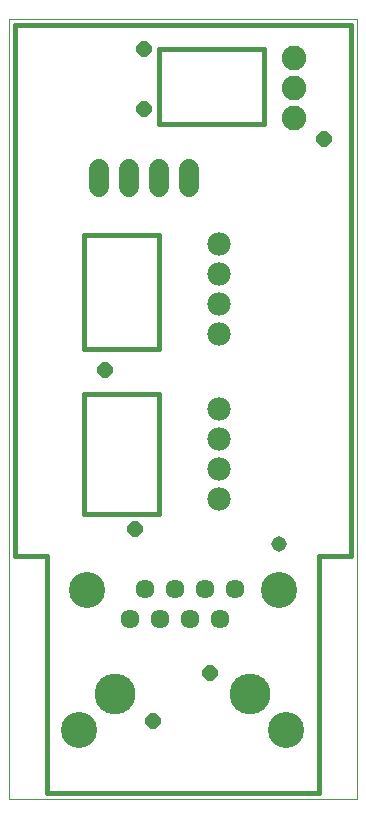
<source format=gbs>
G75*
%MOIN*%
%OFA0B0*%
%FSLAX25Y25*%
%IPPOS*%
%LPD*%
%AMOC8*
5,1,8,0,0,1.08239X$1,22.5*
%
%ADD10C,0.00000*%
%ADD11C,0.01600*%
%ADD12C,0.07800*%
%ADD13C,0.06343*%
%ADD14C,0.12020*%
%ADD15C,0.13600*%
%ADD16C,0.08200*%
%ADD17C,0.06800*%
%ADD18C,0.05156*%
%ADD19OC8,0.05156*%
D10*
X0001000Y0001000D02*
X0117142Y0001000D01*
X0117142Y0260843D01*
X0001000Y0260843D01*
X0001000Y0001000D01*
X0030100Y0036000D02*
X0030102Y0036160D01*
X0030108Y0036319D01*
X0030118Y0036478D01*
X0030132Y0036637D01*
X0030150Y0036796D01*
X0030171Y0036954D01*
X0030197Y0037111D01*
X0030227Y0037268D01*
X0030260Y0037424D01*
X0030298Y0037579D01*
X0030339Y0037733D01*
X0030384Y0037886D01*
X0030433Y0038038D01*
X0030486Y0038189D01*
X0030542Y0038338D01*
X0030603Y0038486D01*
X0030666Y0038632D01*
X0030734Y0038777D01*
X0030805Y0038920D01*
X0030879Y0039061D01*
X0030957Y0039200D01*
X0031039Y0039337D01*
X0031124Y0039472D01*
X0031212Y0039605D01*
X0031304Y0039736D01*
X0031398Y0039864D01*
X0031496Y0039990D01*
X0031597Y0040114D01*
X0031701Y0040235D01*
X0031808Y0040353D01*
X0031918Y0040469D01*
X0032031Y0040582D01*
X0032147Y0040692D01*
X0032265Y0040799D01*
X0032386Y0040903D01*
X0032510Y0041004D01*
X0032636Y0041102D01*
X0032764Y0041196D01*
X0032895Y0041288D01*
X0033028Y0041376D01*
X0033163Y0041461D01*
X0033300Y0041543D01*
X0033439Y0041621D01*
X0033580Y0041695D01*
X0033723Y0041766D01*
X0033868Y0041834D01*
X0034014Y0041897D01*
X0034162Y0041958D01*
X0034311Y0042014D01*
X0034462Y0042067D01*
X0034614Y0042116D01*
X0034767Y0042161D01*
X0034921Y0042202D01*
X0035076Y0042240D01*
X0035232Y0042273D01*
X0035389Y0042303D01*
X0035546Y0042329D01*
X0035704Y0042350D01*
X0035863Y0042368D01*
X0036022Y0042382D01*
X0036181Y0042392D01*
X0036340Y0042398D01*
X0036500Y0042400D01*
X0036660Y0042398D01*
X0036819Y0042392D01*
X0036978Y0042382D01*
X0037137Y0042368D01*
X0037296Y0042350D01*
X0037454Y0042329D01*
X0037611Y0042303D01*
X0037768Y0042273D01*
X0037924Y0042240D01*
X0038079Y0042202D01*
X0038233Y0042161D01*
X0038386Y0042116D01*
X0038538Y0042067D01*
X0038689Y0042014D01*
X0038838Y0041958D01*
X0038986Y0041897D01*
X0039132Y0041834D01*
X0039277Y0041766D01*
X0039420Y0041695D01*
X0039561Y0041621D01*
X0039700Y0041543D01*
X0039837Y0041461D01*
X0039972Y0041376D01*
X0040105Y0041288D01*
X0040236Y0041196D01*
X0040364Y0041102D01*
X0040490Y0041004D01*
X0040614Y0040903D01*
X0040735Y0040799D01*
X0040853Y0040692D01*
X0040969Y0040582D01*
X0041082Y0040469D01*
X0041192Y0040353D01*
X0041299Y0040235D01*
X0041403Y0040114D01*
X0041504Y0039990D01*
X0041602Y0039864D01*
X0041696Y0039736D01*
X0041788Y0039605D01*
X0041876Y0039472D01*
X0041961Y0039337D01*
X0042043Y0039200D01*
X0042121Y0039061D01*
X0042195Y0038920D01*
X0042266Y0038777D01*
X0042334Y0038632D01*
X0042397Y0038486D01*
X0042458Y0038338D01*
X0042514Y0038189D01*
X0042567Y0038038D01*
X0042616Y0037886D01*
X0042661Y0037733D01*
X0042702Y0037579D01*
X0042740Y0037424D01*
X0042773Y0037268D01*
X0042803Y0037111D01*
X0042829Y0036954D01*
X0042850Y0036796D01*
X0042868Y0036637D01*
X0042882Y0036478D01*
X0042892Y0036319D01*
X0042898Y0036160D01*
X0042900Y0036000D01*
X0042898Y0035840D01*
X0042892Y0035681D01*
X0042882Y0035522D01*
X0042868Y0035363D01*
X0042850Y0035204D01*
X0042829Y0035046D01*
X0042803Y0034889D01*
X0042773Y0034732D01*
X0042740Y0034576D01*
X0042702Y0034421D01*
X0042661Y0034267D01*
X0042616Y0034114D01*
X0042567Y0033962D01*
X0042514Y0033811D01*
X0042458Y0033662D01*
X0042397Y0033514D01*
X0042334Y0033368D01*
X0042266Y0033223D01*
X0042195Y0033080D01*
X0042121Y0032939D01*
X0042043Y0032800D01*
X0041961Y0032663D01*
X0041876Y0032528D01*
X0041788Y0032395D01*
X0041696Y0032264D01*
X0041602Y0032136D01*
X0041504Y0032010D01*
X0041403Y0031886D01*
X0041299Y0031765D01*
X0041192Y0031647D01*
X0041082Y0031531D01*
X0040969Y0031418D01*
X0040853Y0031308D01*
X0040735Y0031201D01*
X0040614Y0031097D01*
X0040490Y0030996D01*
X0040364Y0030898D01*
X0040236Y0030804D01*
X0040105Y0030712D01*
X0039972Y0030624D01*
X0039837Y0030539D01*
X0039700Y0030457D01*
X0039561Y0030379D01*
X0039420Y0030305D01*
X0039277Y0030234D01*
X0039132Y0030166D01*
X0038986Y0030103D01*
X0038838Y0030042D01*
X0038689Y0029986D01*
X0038538Y0029933D01*
X0038386Y0029884D01*
X0038233Y0029839D01*
X0038079Y0029798D01*
X0037924Y0029760D01*
X0037768Y0029727D01*
X0037611Y0029697D01*
X0037454Y0029671D01*
X0037296Y0029650D01*
X0037137Y0029632D01*
X0036978Y0029618D01*
X0036819Y0029608D01*
X0036660Y0029602D01*
X0036500Y0029600D01*
X0036340Y0029602D01*
X0036181Y0029608D01*
X0036022Y0029618D01*
X0035863Y0029632D01*
X0035704Y0029650D01*
X0035546Y0029671D01*
X0035389Y0029697D01*
X0035232Y0029727D01*
X0035076Y0029760D01*
X0034921Y0029798D01*
X0034767Y0029839D01*
X0034614Y0029884D01*
X0034462Y0029933D01*
X0034311Y0029986D01*
X0034162Y0030042D01*
X0034014Y0030103D01*
X0033868Y0030166D01*
X0033723Y0030234D01*
X0033580Y0030305D01*
X0033439Y0030379D01*
X0033300Y0030457D01*
X0033163Y0030539D01*
X0033028Y0030624D01*
X0032895Y0030712D01*
X0032764Y0030804D01*
X0032636Y0030898D01*
X0032510Y0030996D01*
X0032386Y0031097D01*
X0032265Y0031201D01*
X0032147Y0031308D01*
X0032031Y0031418D01*
X0031918Y0031531D01*
X0031808Y0031647D01*
X0031701Y0031765D01*
X0031597Y0031886D01*
X0031496Y0032010D01*
X0031398Y0032136D01*
X0031304Y0032264D01*
X0031212Y0032395D01*
X0031124Y0032528D01*
X0031039Y0032663D01*
X0030957Y0032800D01*
X0030879Y0032939D01*
X0030805Y0033080D01*
X0030734Y0033223D01*
X0030666Y0033368D01*
X0030603Y0033514D01*
X0030542Y0033662D01*
X0030486Y0033811D01*
X0030433Y0033962D01*
X0030384Y0034114D01*
X0030339Y0034267D01*
X0030298Y0034421D01*
X0030260Y0034576D01*
X0030227Y0034732D01*
X0030197Y0034889D01*
X0030171Y0035046D01*
X0030150Y0035204D01*
X0030132Y0035363D01*
X0030118Y0035522D01*
X0030108Y0035681D01*
X0030102Y0035840D01*
X0030100Y0036000D01*
X0075100Y0036000D02*
X0075102Y0036160D01*
X0075108Y0036319D01*
X0075118Y0036478D01*
X0075132Y0036637D01*
X0075150Y0036796D01*
X0075171Y0036954D01*
X0075197Y0037111D01*
X0075227Y0037268D01*
X0075260Y0037424D01*
X0075298Y0037579D01*
X0075339Y0037733D01*
X0075384Y0037886D01*
X0075433Y0038038D01*
X0075486Y0038189D01*
X0075542Y0038338D01*
X0075603Y0038486D01*
X0075666Y0038632D01*
X0075734Y0038777D01*
X0075805Y0038920D01*
X0075879Y0039061D01*
X0075957Y0039200D01*
X0076039Y0039337D01*
X0076124Y0039472D01*
X0076212Y0039605D01*
X0076304Y0039736D01*
X0076398Y0039864D01*
X0076496Y0039990D01*
X0076597Y0040114D01*
X0076701Y0040235D01*
X0076808Y0040353D01*
X0076918Y0040469D01*
X0077031Y0040582D01*
X0077147Y0040692D01*
X0077265Y0040799D01*
X0077386Y0040903D01*
X0077510Y0041004D01*
X0077636Y0041102D01*
X0077764Y0041196D01*
X0077895Y0041288D01*
X0078028Y0041376D01*
X0078163Y0041461D01*
X0078300Y0041543D01*
X0078439Y0041621D01*
X0078580Y0041695D01*
X0078723Y0041766D01*
X0078868Y0041834D01*
X0079014Y0041897D01*
X0079162Y0041958D01*
X0079311Y0042014D01*
X0079462Y0042067D01*
X0079614Y0042116D01*
X0079767Y0042161D01*
X0079921Y0042202D01*
X0080076Y0042240D01*
X0080232Y0042273D01*
X0080389Y0042303D01*
X0080546Y0042329D01*
X0080704Y0042350D01*
X0080863Y0042368D01*
X0081022Y0042382D01*
X0081181Y0042392D01*
X0081340Y0042398D01*
X0081500Y0042400D01*
X0081660Y0042398D01*
X0081819Y0042392D01*
X0081978Y0042382D01*
X0082137Y0042368D01*
X0082296Y0042350D01*
X0082454Y0042329D01*
X0082611Y0042303D01*
X0082768Y0042273D01*
X0082924Y0042240D01*
X0083079Y0042202D01*
X0083233Y0042161D01*
X0083386Y0042116D01*
X0083538Y0042067D01*
X0083689Y0042014D01*
X0083838Y0041958D01*
X0083986Y0041897D01*
X0084132Y0041834D01*
X0084277Y0041766D01*
X0084420Y0041695D01*
X0084561Y0041621D01*
X0084700Y0041543D01*
X0084837Y0041461D01*
X0084972Y0041376D01*
X0085105Y0041288D01*
X0085236Y0041196D01*
X0085364Y0041102D01*
X0085490Y0041004D01*
X0085614Y0040903D01*
X0085735Y0040799D01*
X0085853Y0040692D01*
X0085969Y0040582D01*
X0086082Y0040469D01*
X0086192Y0040353D01*
X0086299Y0040235D01*
X0086403Y0040114D01*
X0086504Y0039990D01*
X0086602Y0039864D01*
X0086696Y0039736D01*
X0086788Y0039605D01*
X0086876Y0039472D01*
X0086961Y0039337D01*
X0087043Y0039200D01*
X0087121Y0039061D01*
X0087195Y0038920D01*
X0087266Y0038777D01*
X0087334Y0038632D01*
X0087397Y0038486D01*
X0087458Y0038338D01*
X0087514Y0038189D01*
X0087567Y0038038D01*
X0087616Y0037886D01*
X0087661Y0037733D01*
X0087702Y0037579D01*
X0087740Y0037424D01*
X0087773Y0037268D01*
X0087803Y0037111D01*
X0087829Y0036954D01*
X0087850Y0036796D01*
X0087868Y0036637D01*
X0087882Y0036478D01*
X0087892Y0036319D01*
X0087898Y0036160D01*
X0087900Y0036000D01*
X0087898Y0035840D01*
X0087892Y0035681D01*
X0087882Y0035522D01*
X0087868Y0035363D01*
X0087850Y0035204D01*
X0087829Y0035046D01*
X0087803Y0034889D01*
X0087773Y0034732D01*
X0087740Y0034576D01*
X0087702Y0034421D01*
X0087661Y0034267D01*
X0087616Y0034114D01*
X0087567Y0033962D01*
X0087514Y0033811D01*
X0087458Y0033662D01*
X0087397Y0033514D01*
X0087334Y0033368D01*
X0087266Y0033223D01*
X0087195Y0033080D01*
X0087121Y0032939D01*
X0087043Y0032800D01*
X0086961Y0032663D01*
X0086876Y0032528D01*
X0086788Y0032395D01*
X0086696Y0032264D01*
X0086602Y0032136D01*
X0086504Y0032010D01*
X0086403Y0031886D01*
X0086299Y0031765D01*
X0086192Y0031647D01*
X0086082Y0031531D01*
X0085969Y0031418D01*
X0085853Y0031308D01*
X0085735Y0031201D01*
X0085614Y0031097D01*
X0085490Y0030996D01*
X0085364Y0030898D01*
X0085236Y0030804D01*
X0085105Y0030712D01*
X0084972Y0030624D01*
X0084837Y0030539D01*
X0084700Y0030457D01*
X0084561Y0030379D01*
X0084420Y0030305D01*
X0084277Y0030234D01*
X0084132Y0030166D01*
X0083986Y0030103D01*
X0083838Y0030042D01*
X0083689Y0029986D01*
X0083538Y0029933D01*
X0083386Y0029884D01*
X0083233Y0029839D01*
X0083079Y0029798D01*
X0082924Y0029760D01*
X0082768Y0029727D01*
X0082611Y0029697D01*
X0082454Y0029671D01*
X0082296Y0029650D01*
X0082137Y0029632D01*
X0081978Y0029618D01*
X0081819Y0029608D01*
X0081660Y0029602D01*
X0081500Y0029600D01*
X0081340Y0029602D01*
X0081181Y0029608D01*
X0081022Y0029618D01*
X0080863Y0029632D01*
X0080704Y0029650D01*
X0080546Y0029671D01*
X0080389Y0029697D01*
X0080232Y0029727D01*
X0080076Y0029760D01*
X0079921Y0029798D01*
X0079767Y0029839D01*
X0079614Y0029884D01*
X0079462Y0029933D01*
X0079311Y0029986D01*
X0079162Y0030042D01*
X0079014Y0030103D01*
X0078868Y0030166D01*
X0078723Y0030234D01*
X0078580Y0030305D01*
X0078439Y0030379D01*
X0078300Y0030457D01*
X0078163Y0030539D01*
X0078028Y0030624D01*
X0077895Y0030712D01*
X0077764Y0030804D01*
X0077636Y0030898D01*
X0077510Y0030996D01*
X0077386Y0031097D01*
X0077265Y0031201D01*
X0077147Y0031308D01*
X0077031Y0031418D01*
X0076918Y0031531D01*
X0076808Y0031647D01*
X0076701Y0031765D01*
X0076597Y0031886D01*
X0076496Y0032010D01*
X0076398Y0032136D01*
X0076304Y0032264D01*
X0076212Y0032395D01*
X0076124Y0032528D01*
X0076039Y0032663D01*
X0075957Y0032800D01*
X0075879Y0032939D01*
X0075805Y0033080D01*
X0075734Y0033223D01*
X0075666Y0033368D01*
X0075603Y0033514D01*
X0075542Y0033662D01*
X0075486Y0033811D01*
X0075433Y0033962D01*
X0075384Y0034114D01*
X0075339Y0034267D01*
X0075298Y0034421D01*
X0075260Y0034576D01*
X0075227Y0034732D01*
X0075197Y0034889D01*
X0075171Y0035046D01*
X0075150Y0035204D01*
X0075132Y0035363D01*
X0075118Y0035522D01*
X0075108Y0035681D01*
X0075102Y0035840D01*
X0075100Y0036000D01*
D11*
X0051000Y0096000D02*
X0026000Y0096000D01*
X0026000Y0136000D01*
X0051000Y0136000D01*
X0051000Y0096000D01*
X0051000Y0151000D02*
X0026000Y0151000D01*
X0026000Y0189000D01*
X0051000Y0189000D01*
X0051000Y0151000D01*
X0051000Y0226000D02*
X0086000Y0226000D01*
X0086000Y0251000D01*
X0051000Y0251000D01*
X0051000Y0226000D01*
X0002969Y0258874D02*
X0002969Y0081709D01*
X0013780Y0081709D01*
X0013780Y0002969D01*
X0104362Y0002969D01*
X0104362Y0081709D01*
X0115173Y0081709D01*
X0115173Y0258874D01*
X0002969Y0258874D01*
D12*
X0071000Y0186000D03*
X0071000Y0176000D03*
X0071000Y0166000D03*
X0071000Y0156000D03*
X0071000Y0131000D03*
X0071000Y0121000D03*
X0071000Y0111000D03*
X0071000Y0101000D03*
D13*
X0066500Y0071000D03*
X0061500Y0061000D03*
X0056500Y0071000D03*
X0051500Y0061000D03*
X0046500Y0071000D03*
X0041500Y0061000D03*
X0071500Y0061000D03*
X0076500Y0071000D03*
D14*
X0091000Y0070488D03*
X0093500Y0024000D03*
X0027000Y0070488D03*
X0024500Y0024000D03*
D15*
X0036500Y0036000D03*
X0081500Y0036000D03*
D16*
X0096000Y0228000D03*
X0096000Y0238000D03*
X0096000Y0248000D03*
D17*
X0061000Y0211000D02*
X0061000Y0205000D01*
X0051000Y0205000D02*
X0051000Y0211000D01*
X0041000Y0211000D02*
X0041000Y0205000D01*
X0031000Y0205000D02*
X0031000Y0211000D01*
D18*
X0091000Y0086000D03*
D19*
X0068000Y0043000D03*
X0049000Y0027000D03*
X0043000Y0091000D03*
X0033000Y0144000D03*
X0046000Y0231000D03*
X0046000Y0251000D03*
X0106000Y0221000D03*
M02*

</source>
